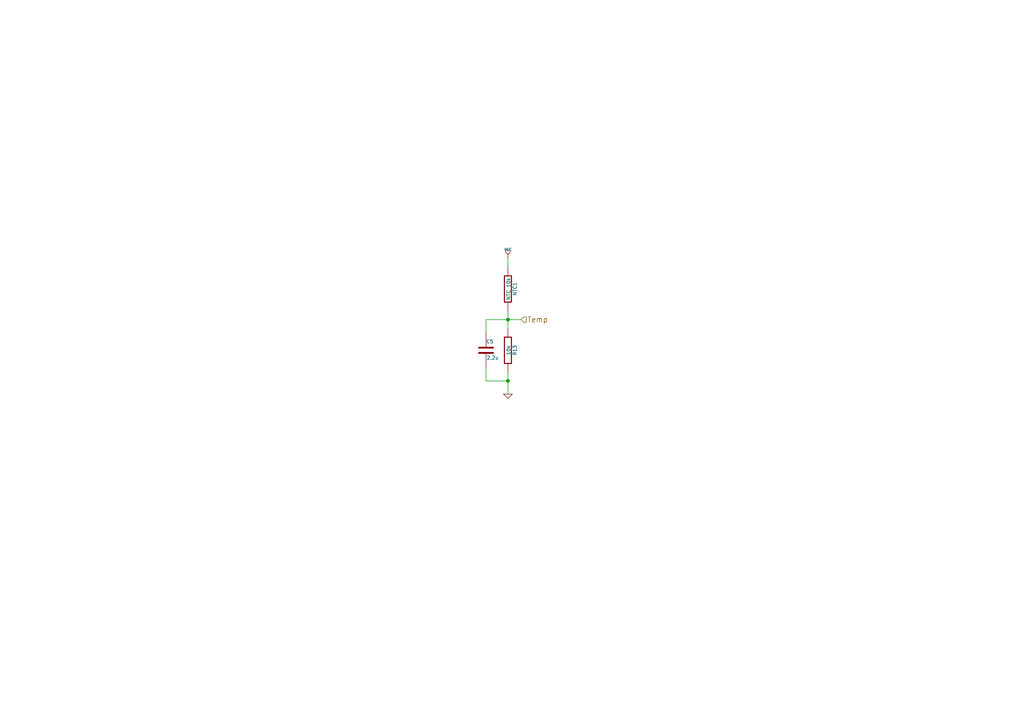
<source format=kicad_sch>
(kicad_sch (version 20230121) (generator eeschema)
  (paper "A4")
  (title_block (title "Cheap FOCer 2") (date "2020-04-08") (rev "0.9") (company "Shaman Systems") (comment 1 "Root") (comment 4 "Top level"))
  (lib_symbols
    (symbol "BLDC_4-rescue:C-RESCUE-BLDC_4" (pin_numbers hide) (pin_names (offset 0.254))
      (property "Reference" "C" (at 0 2.54 0))
      (property "Value" "C-RESCUE-BLDC_4" (at 0.1524 -2.159 0))
      (symbol "C-RESCUE-BLDC_4_0_1"
        (polyline (pts (xy -2.032 -0.762) (xy 2.032 -0.762)) (stroke (width 0.508)))
        (polyline (pts (xy -2.032 0.762) (xy 2.032 0.762)) (stroke (width 0.508)))
      )
      (symbol "C-RESCUE-BLDC_4_1_1"
        (pin passive line (at 0 5.08 270) (length 4.318) (name "~") (number "1"))
        (pin passive line (at 0 -5.08 90) (length 4.318) (name "~") (number "2"))
      )
    )
    (symbol "BLDC_4-rescue:GND-RESCUE-BLDC_4" (power) (pin_names (offset 0))
      (symbol "GND-RESCUE-BLDC_4_0_1"
        (polyline (pts (xy -1.27 0) (xy 0 -1.27) (xy 1.27 0) (xy -1.27 0)))
      )
      (symbol "GND-RESCUE-BLDC_4_1_1"
        (pin power_in line (at 0 0 90) (length 0) hide (name "GND") (number "1"))
      )
    )
    (symbol "BLDC_4-rescue:R-RESCUE-BLDC_4" (pin_numbers hide) (pin_names (offset 0))
      (property "Reference" "R" (at 2.032 0 90))
      (property "Value" "R-RESCUE-BLDC_4" (at 0.1778 0.0254 90))
      (symbol "R-RESCUE-BLDC_4_0_1"
        (rectangle (start -1.016 3.81) (end 1.016 -3.81) (stroke (width 0.3048)))
      )
      (symbol "R-RESCUE-BLDC_4_1_1"
        (pin passive line (at 0 6.35 270) (length 2.54) (name "~") (number "1"))
        (pin passive line (at 0 -6.35 90) (length 2.54) (name "~") (number "2"))
      )
    )
    (symbol "BLDC_4-rescue:VCC" (power) (pin_names (offset 0))
      (property "Value" "VCC" (at 0 3.81 0))
      (symbol "VCC_0_1"
        (polyline (pts (xy 0 0) (xy 0 1.27)))
        (circle (center 0 1.905) (radius 0.635))
      )
      (symbol "VCC_1_1"
        (pin power_in line (at 0 0 90) (length 0) hide (name "VCC") (number "1"))
      )
    )
  )
  (junction (at 147.32 110.49))
  (junction (at 147.32 92.71))
  (wire (pts (xy 140.97 106.68) (xy 140.97 110.49)))
  (wire (pts (xy 147.32 90.17) (xy 147.32 92.71)))
  (wire (pts (xy 147.32 107.95) (xy 147.32 110.49)))
  (wire (pts (xy 140.97 92.71) (xy 140.97 96.52)))
  (wire (pts (xy 147.32 74.93) (xy 147.32 77.47)))
  (wire (pts (xy 140.97 110.49) (xy 147.32 110.49)))
  (wire (pts (xy 147.32 92.71) (xy 147.32 95.25)))
  (wire (pts (xy 147.32 92.71) (xy 151.13 92.71)))
  (wire (pts (xy 147.32 110.49) (xy 147.32 114.3)))
  (wire (pts (xy 140.97 92.71) (xy 147.32 92.71)))
  (hierarchical_label "Temp" (shape input) (at 151.13 92.71 0) (effects (font (size 1.524 1.524))))
  (symbol (lib_id "BLDC_4-rescue:R-RESCUE-BLDC_4") (at 147.32 83.82 0) (unit 1)
    (property "Reference" "NTC1" (at 149.352 83.82 90) (effects (font (size 1.016 1.016))))
    (property "Value" "NTC 10k" (at 147.4978 83.7946 90) (effects (font (size 1.016 1.016))))
    (property "Footprint" "Resistor_SMD:R_0603_1608Metric" (effects hide))
  )
  (symbol (lib_id "BLDC_4-rescue:R-RESCUE-BLDC_4") (at 147.32 101.6 0) (unit 1)
    (property "Reference" "R13" (at 149.352 101.6 90) (effects (font (size 1.016 1.016))))
    (property "Value" "10k" (at 147.4978 101.5746 90) (effects (font (size 1.016 1.016))))
    (property "Footprint" "Resistor_SMD:R_0603_1608Metric" (effects hide))
  )
  (symbol (lib_id "BLDC_4-rescue:C-RESCUE-BLDC_4") (at 140.97 101.6 0) (unit 1)
    (property "Reference" "C5" (at 140.97 99.06 0) (effects (font (size 1.016 1.016)) (justify left)))
    (property "Value" "2.2u" (at 141.1224 103.759 0) (effects (font (size 1.016 1.016)) (justify left)))
    (property "Footprint" "Capacitor_SMD:C_0603_1608Metric" (effects hide))
  )
  (symbol (lib_id "BLDC_4-rescue:VCC") (at 147.32 74.93 0) (unit 1)
    (property "Reference" "#PWR021" (effects hide))
    (property "Value" "VCC" (at 147.32 72.39 0) (effects (font (size 0.762 0.762))))
  )
  (symbol (lib_id "BLDC_4-rescue:GND-RESCUE-BLDC_4") (at 147.32 114.3 0) (unit 1)
    (property "Reference" "#PWR022" (effects hide))
    (property "Value" "GND" (effects hide))
  )
)
</source>
